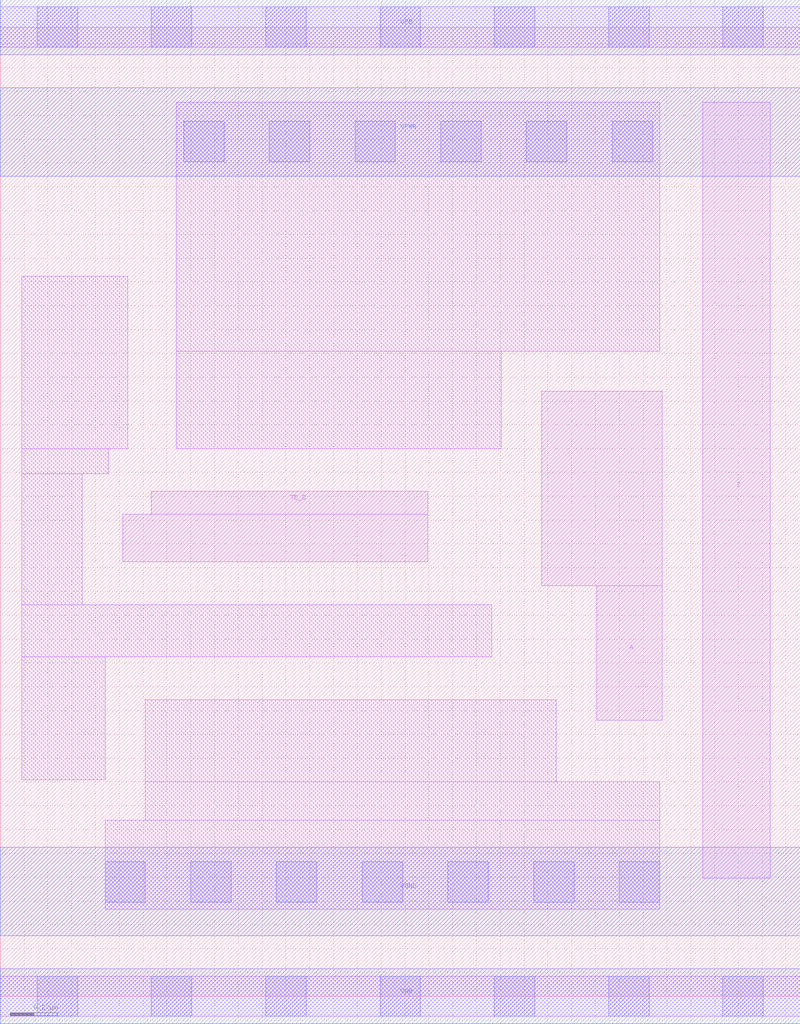
<source format=lef>
# Copyright 2020 The SkyWater PDK Authors
#
# Licensed under the Apache License, Version 2.0 (the "License");
# you may not use this file except in compliance with the License.
# You may obtain a copy of the License at
#
#     https://www.apache.org/licenses/LICENSE-2.0
#
# Unless required by applicable law or agreed to in writing, software
# distributed under the License is distributed on an "AS IS" BASIS,
# WITHOUT WARRANTIES OR CONDITIONS OF ANY KIND, either express or implied.
# See the License for the specific language governing permissions and
# limitations under the License.
#
# SPDX-License-Identifier: Apache-2.0

VERSION 5.7 ;
  NAMESCASESENSITIVE ON ;
  NOWIREEXTENSIONATPIN ON ;
  DIVIDERCHAR "/" ;
  BUSBITCHARS "[]" ;
UNITS
  DATABASE MICRONS 200 ;
END UNITS
MACRO sky130_fd_sc_hvl__einvn_1
  CLASS CORE ;
  FOREIGN sky130_fd_sc_hvl__einvn_1 ;
  ORIGIN  0.000000  0.000000 ;
  SIZE  3.360000 BY  4.070000 ;
  SYMMETRY X Y ;
  SITE unithv ;
  PIN A
    ANTENNAGATEAREA  1.125000 ;
    DIRECTION INPUT ;
    USE SIGNAL ;
    PORT
      LAYER li1 ;
        RECT 2.275000 1.725000 2.780000 2.540000 ;
        RECT 2.505000 1.160000 2.780000 1.725000 ;
    END
  END A
  PIN TE_B
    ANTENNAGATEAREA  1.335000 ;
    DIRECTION INPUT ;
    USE SIGNAL ;
    PORT
      LAYER li1 ;
        RECT 0.515000 1.825000 1.795000 2.025000 ;
        RECT 0.635000 2.025000 1.795000 2.120000 ;
    END
  END TE_B
  PIN Z
    ANTENNADIFFAREA  0.641250 ;
    DIRECTION OUTPUT ;
    USE SIGNAL ;
    PORT
      LAYER li1 ;
        RECT 2.950000 0.495000 3.235000 3.755000 ;
    END
  END Z
  PIN VGND
    DIRECTION INOUT ;
    USE GROUND ;
    PORT
      LAYER met1 ;
        RECT 0.000000 0.255000 3.360000 0.625000 ;
    END
  END VGND
  PIN VNB
    DIRECTION INOUT ;
    USE GROUND ;
    PORT
      LAYER met1 ;
        RECT 0.000000 -0.115000 3.360000 0.115000 ;
    END
  END VNB
  PIN VPB
    DIRECTION INOUT ;
    USE POWER ;
    PORT
      LAYER met1 ;
        RECT 0.000000 3.955000 3.360000 4.185000 ;
    END
  END VPB
  PIN VPWR
    DIRECTION INOUT ;
    USE POWER ;
    PORT
      LAYER met1 ;
        RECT 0.000000 3.445000 3.360000 3.815000 ;
    END
  END VPWR
  OBS
    LAYER li1 ;
      RECT 0.000000 -0.085000 3.360000 0.085000 ;
      RECT 0.000000  3.985000 3.360000 4.155000 ;
      RECT 0.090000  0.910000 0.440000 1.425000 ;
      RECT 0.090000  1.425000 2.065000 1.645000 ;
      RECT 0.090000  1.645000 0.345000 2.195000 ;
      RECT 0.090000  2.195000 0.455000 2.300000 ;
      RECT 0.090000  2.300000 0.535000 3.025000 ;
      RECT 0.440000  0.365000 2.770000 0.740000 ;
      RECT 0.610000  0.740000 2.770000 0.900000 ;
      RECT 0.610000  0.900000 2.335000 1.245000 ;
      RECT 0.740000  2.300000 2.105000 2.710000 ;
      RECT 0.740000  2.710000 2.770000 3.755000 ;
    LAYER mcon ;
      RECT 0.155000 -0.085000 0.325000 0.085000 ;
      RECT 0.155000  3.985000 0.325000 4.155000 ;
      RECT 0.440000  0.395000 0.610000 0.565000 ;
      RECT 0.635000 -0.085000 0.805000 0.085000 ;
      RECT 0.635000  3.985000 0.805000 4.155000 ;
      RECT 0.770000  3.505000 0.940000 3.675000 ;
      RECT 0.800000  0.395000 0.970000 0.565000 ;
      RECT 1.115000 -0.085000 1.285000 0.085000 ;
      RECT 1.115000  3.985000 1.285000 4.155000 ;
      RECT 1.130000  3.505000 1.300000 3.675000 ;
      RECT 1.160000  0.395000 1.330000 0.565000 ;
      RECT 1.490000  3.505000 1.660000 3.675000 ;
      RECT 1.520000  0.395000 1.690000 0.565000 ;
      RECT 1.595000 -0.085000 1.765000 0.085000 ;
      RECT 1.595000  3.985000 1.765000 4.155000 ;
      RECT 1.850000  3.505000 2.020000 3.675000 ;
      RECT 1.880000  0.395000 2.050000 0.565000 ;
      RECT 2.075000 -0.085000 2.245000 0.085000 ;
      RECT 2.075000  3.985000 2.245000 4.155000 ;
      RECT 2.210000  3.505000 2.380000 3.675000 ;
      RECT 2.240000  0.395000 2.410000 0.565000 ;
      RECT 2.555000 -0.085000 2.725000 0.085000 ;
      RECT 2.555000  3.985000 2.725000 4.155000 ;
      RECT 2.570000  3.505000 2.740000 3.675000 ;
      RECT 2.600000  0.395000 2.770000 0.565000 ;
      RECT 3.035000 -0.085000 3.205000 0.085000 ;
      RECT 3.035000  3.985000 3.205000 4.155000 ;
  END
END sky130_fd_sc_hvl__einvn_1
END LIBRARY

</source>
